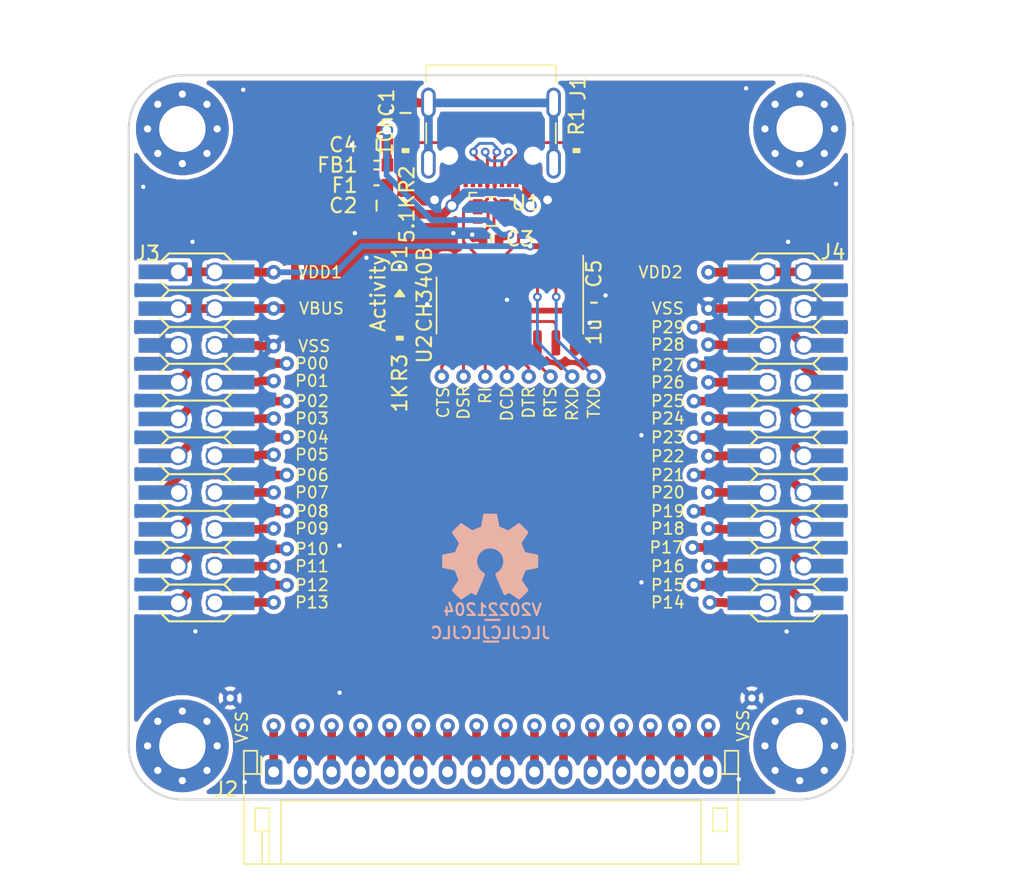
<source format=kicad_pcb>
(kicad_pcb (version 20211014) (generator pcbnew)
  (layers (0 "F.Cu" signal) (31 "B.Cu" signal) (34 "B.Paste" user) (35 "F.Paste" user) (36 "B.SilkS" user "B.Silkscreen") (37 "F.SilkS" user "F.Silkscreen") (38 "B.Mask" user) (39 "F.Mask" user) (44 "Edge.Cuts" user))
  (net 0 "")
  (net 1 "/VBUS")
  (net 2 "/VSS")
  (net 3 "/GPIO_28")
  (net 4 "/GPIO_29")
  (net 5 "/GPIO_20")
  (net 6 "/GPIO_23")
  (net 7 "/GPIO_27")
  (net 8 "/GPIO_16")
  (net 9 "/GPIO_21")
  (net 10 "/GPIO_19")
  (net 11 "/GPIO_17")
  (net 12 "/GPIO_18")
  (net 13 "/GPIO_15")
  (net 14 "/GPIO_14")
  (net 15 "/GPIO_22")
  (net 16 "/GPIO_24")
  (net 17 "/GPIO_25")
  (net 18 "/GPIO_26")
  (net 19 "/GPIO_13")
  (net 20 "/GPIO_12")
  (net 21 "/GPIO_11")
  (net 22 "/GPIO_10")
  (net 23 "/GPIO_09")
  (net 24 "/GPIO_08")
  (net 25 "/GPIO_07")
  (net 26 "/GPIO_06")
  (net 27 "/GPIO_05")
  (net 28 "/GPIO_04")
  (net 29 "/GPIO_03")
  (net 30 "/GPIO_02")
  (net 31 "/GPIO_01")
  (net 32 "/GPIO_00")
  (net 33 "/VDD1")
  (net 34 "/VDD2")
  (net 35 "Net-(C1-Pad1)")
  (net 36 "/VUSB")
  (net 37 "/CC2")
  (net 38 "Net-(F1-Pad1)")
  (net 40 "/CC1")
  (net 41 "/DP")
  (net 42 "/DN")
  (net 46 "/TXD")
  (net 47 "/RXD")
  (net 48 "/RTS")
  (net 49 "/DTR")
  (net 50 "/DCD")
  (net 51 "/RI")
  (net 52 "/DSR")
  (net 53 "/CTS")
  (net 56 "Net-(J2-Pad10)")
  (net 57 "Net-(J2-Pad9)")
  (net 58 "Net-(J2-Pad8)")
  (net 59 "Net-(J2-Pad7)")
  (net 60 "Net-(J2-Pad6)")
  (net 61 "Net-(J2-Pad5)")
  (net 62 "Net-(J2-Pad4)")
  (net 63 "Net-(J2-Pad3)")
  (net 64 "Net-(J2-Pad2)")
  (net 65 "Net-(J2-Pad1)")
  (net 66 "Net-(J2-Pad16)")
  (net 67 "Net-(J2-Pad15)")
  (net 68 "Net-(J2-Pad14)")
  (net 69 "Net-(J2-Pad13)")
  (net 70 "Net-(J2-Pad12)")
  (net 71 "Net-(J2-Pad11)")
  (net 72 "Net-(D1-Pad2)")
  (net 73 "/TNOW")
  (footprint "MountingHole:MountingHole_3.2mm_M3_Pad_Via" (layer "F.Cu") (at 63.7 64.7)
    (fp_text reference "H1" hide)
    (fp_text value "MountingHole" hide)
  )
  (footprint "MountingHole:MountingHole_3.2mm_M3_Pad_Via" (layer "F.Cu") (at 106.3 64.7)
    (fp_text reference "H2" hide)
    (fp_text value "MountingHole" hide)
  )
  (footprint "MountingHole:MountingHole_3.2mm_M3_Pad_Via" (layer "F.Cu") (at 63.7 107.3)
    (fp_text reference "H4" hide)
    (fp_text value "MountingHole" hide)
  )
  (footprint "MountingHole:MountingHole_3.2mm_M3_Pad_Via" (layer "F.Cu") (at 106.3 107.3)
    (fp_text reference "H3" hide)
    (fp_text value "MountingHole" hide)
  )
  (footprint "SquantorConnectorsNamed:nuclone_small_right_stacked" (layer "F.Cu") (at 105.32 86 90)
    (fp_text reference "J4")
    (fp_text value "nuclone_small_right")
  )
  (footprint "SquantorConnectorsNamed:nuclone_small_left_stacked" (layer "F.Cu") (at 64.68 86 -90)
    (fp_text reference "J3")
    (fp_text value "nuclone_small_left")
  )
  (footprint "SquantorTestPoints:TestPoint_hole_H05R10_small_text" (layer "F.Cu") (at 70 74.6)
    (fp_text reference "TP1")
    (fp_text value "VDD1")
  )
  (footprint "SquantorTestPoints:TestPoint_hole_H05R10_small_text" (layer "F.Cu") (at 70 77.1)
    (fp_text reference "TP2")
    (fp_text value "VBUS")
  )
  (footprint "SquantorTestPoints:TestPoint_hole_H05R10_small_text" (layer "F.Cu") (at 70 79.7)
    (fp_text reference "TP3")
    (fp_text value "VSS")
  )
  (footprint "SquantorTestPoints:TestPoint_hole_H05R10_small_text" (layer "F.Cu") (at 70.9 80.9)
    (fp_text reference "TP4")
    (fp_text value "P00")
  )
  (footprint "SquantorTestPoints:TestPoint_hole_H05R10_small_text" (layer "F.Cu") (at 70 82.1)
    (fp_text reference "TP5")
    (fp_text value "P01")
  )
  (footprint "SquantorTestPoints:TestPoint_hole_H05R10_small_text" (layer "F.Cu") (at 70.9 83.5)
    (fp_text reference "TP6")
    (fp_text value "P02")
  )
  (footprint "SquantorTestPoints:TestPoint_hole_H05R10_small_text" (layer "F.Cu") (at 70 84.7)
    (fp_text reference "TP7")
    (fp_text value "P03")
  )
  (footprint "SquantorTestPoints:TestPoint_hole_H05R10_small_text" (layer "F.Cu") (at 70.9 86)
    (fp_text reference "TP8")
    (fp_text value "P04")
  )
  (footprint "SquantorTestPoints:TestPoint_hole_H05R10_small_text" (layer "F.Cu") (at 70 87.2)
    (fp_text reference "TP9")
    (fp_text value "P05")
  )
  (footprint "SquantorTestPoints:TestPoint_hole_H05R10_small_text" (layer "F.Cu") (at 70.9 88.6)
    (fp_text reference "TP10")
    (fp_text value "P06")
  )
  (footprint "SquantorTestPoints:TestPoint_hole_H05R10_small_text" (layer "F.Cu") (at 70 89.8)
    (fp_text reference "TP11")
    (fp_text value "P07")
  )
  (footprint "SquantorTestPoints:TestPoint_hole_H05R10_small_text" (layer "F.Cu") (at 70.9 91.1)
    (fp_text reference "TP12")
    (fp_text value "P08")
  )
  (footprint "SquantorTestPoints:TestPoint_hole_H05R10_small_text" (layer "F.Cu") (at 70 92.3)
    (fp_text reference "TP13")
    (fp_text value "P09")
  )
  (footprint "SquantorTestPoints:TestPoint_hole_H05R10_small_text" (layer "F.Cu") (at 70.9 93.7)
    (fp_text reference "TP14")
    (fp_text value "P10")
  )
  (footprint "SquantorTestPoints:TestPoint_hole_H05R10_small_text" (layer "F.Cu") (at 70 94.9)
    (fp_text reference "TP15")
    (fp_text value "P11")
  )
  (footprint "SquantorTestPoints:TestPoint_hole_H05R10_small_text" (layer "F.Cu") (at 70.9 96.2)
    (fp_text reference "TP16")
    (fp_text value "P12")
  )
  (footprint "SquantorTestPoints:TestPoint_hole_H05R10_small_text" (layer "F.Cu") (at 70 97.4)
    (fp_text reference "TP17")
    (fp_text value "P13")
  )
  (footprint "SquantorTestPoints:TestPoint_hole_H05R10_small_text" (layer "F.Cu") (at 100 74.6)
    (fp_text reference "TP18")
    (fp_text value "VDD2")
  )
  (footprint "SquantorTestPoints:TestPoint_hole_H05R10_small_text" (layer "F.Cu") (at 100 77.1)
    (fp_text reference "TP19")
    (fp_text value "VSS")
  )
  (footprint "SquantorTestPoints:TestPoint_hole_H05R10_small_text" (layer "F.Cu") (at 99 78.4)
    (fp_text reference "TP20")
    (fp_text value "P29")
  )
  (footprint "SquantorTestPoints:TestPoint_hole_H05R10_small_text" (layer "F.Cu") (at 100 79.6)
    (fp_text reference "TP21")
    (fp_text value "P28")
  )
  (footprint "SquantorTestPoints:TestPoint_hole_H05R10_small_text" (layer "F.Cu") (at 99 81)
    (fp_text reference "TP22")
    (fp_text value "P27")
  )
  (footprint "SquantorTestPoints:TestPoint_hole_H05R10_small_text" (layer "F.Cu") (at 100 82.2)
    (fp_text reference "TP23")
    (fp_text value "P26")
  )
  (footprint "SquantorTestPoints:TestPoint_hole_H05R10_small_text" (layer "F.Cu") (at 99 83.5)
    (fp_text reference "TP24")
    (fp_text value "P25")
  )
  (footprint "SquantorTestPoints:TestPoint_hole_H05R10_small_text" (layer "F.Cu") (at 100 84.7)
    (fp_text reference "TP25")
    (fp_text value "P24")
  )
  (footprint "SquantorTestPoints:TestPoint_hole_H05R10_small_text" (layer "F.Cu") (at 99 86)
    (fp_text reference "TP26")
    (fp_text value "P23")
  )
  (footprint "SquantorTestPoints:TestPoint_hole_H05R10_small_text" (layer "F.Cu") (at 100 87.3)
    (fp_text reference "TP27")
    (fp_text value "P22")
  )
  (footprint "SquantorTestPoints:TestPoint_hole_H05R10_small_text" (layer "F.Cu") (at 99 88.6)
    (fp_text reference "TP28")
    (fp_text value "P21")
  )
  (footprint "SquantorTestPoints:TestPoint_hole_H05R10_small_text" (layer "F.Cu") (at 100 89.8)
    (fp_text reference "TP29")
    (fp_text value "P20")
  )
  (footprint "SquantorTestPoints:TestPoint_hole_H05R10_small_text" (layer "F.Cu") (at 99 91.1)
    (fp_text reference "TP30")
    (fp_text value "P19")
  )
  (footprint "SquantorTestPoints:TestPoint_hole_H05R10_small_text" (layer "F.Cu") (at 98.9 93.6)
    (fp_text reference "TP32")
    (fp_text value "P17")
  )
  (footprint "SquantorTestPoints:TestPoint_hole_H05R10_small_text" (layer "F.Cu") (at 100 94.9)
    (fp_text reference "TP33")
    (fp_text value "P16")
  )
  (footprint "SquantorTestPoints:TestPoint_hole_H05R10_small_text" (layer "F.Cu") (at 99 96.2)
    (fp_text reference "TP34")
    (fp_text value "P15")
  )
  (footprint "SquantorTestPoints:TestPoint_hole_H05R10_small_text" (layer "F.Cu") (at 100.1 97.4)
    (fp_text reference "TP35")
    (fp_text value "P14")
  )
  (footprint "SquantorRcl:C_0603" (layer "F.Cu") (at 79.1 63.6 -90)
    (fp_text reference "C1")
    (fp_text value "10n")
  )
  (footprint "SquantorUsb:USB-C-HRO-31-M-12" (layer "F.Cu") (at 85 68 180)
    (fp_text reference "J1")
    (fp_text value "USB-C_PD_USB")
  )
  (footprint "SquantorRcl:C_0402" (layer "F.Cu") (at 85 72.3 180)
    (fp_text reference "C3")
    (fp_text value "1u")
  )
  (footprint "SquantorRcl:C_0603" (layer "F.Cu") (at 77.1 65.8 180)
    (fp_text reference "C4")
    (fp_text value "10u")
  )
  (footprint "SquantorRcl:F_0603_hand" (layer "F.Cu") (at 77.1 68.6)
    (fp_text reference "F1")
    (fp_text value "0.5A")
  )
  (footprint "SquantorRcl:L_0603" (layer "F.Cu") (at 77.1 67.2 180)
    (fp_text reference "FB1")
    (fp_text value "600")
  )
  (footprint "SquantorRcl:R_0402_hand" (layer "F.Cu") (at 90.9 66.2 90)
    (fp_text reference "R1")
    (fp_text value "5.1K")
  )
  (footprint "SquantorRcl:R_0402_hand" (layer "F.Cu") (at 79.1 66.2 90)
    (fp_text reference "R2")
    (fp_text value "5.1K")
  )
  (footprint "SquantorIC:SOT363-ONsemi" (layer "F.Cu") (at 85 70.4)
    (fp_text reference "U1")
    (fp_text value "TPESD0504C6")
  )
  (footprint "SquantorRcl:C_0603" (layer "F.Cu") (at 77.1 70 180)
    (fp_text reference "C2")
    (fp_text value "100n")
  )
  (footprint "SquantorRcl:C_0402" (layer "F.Cu") (at 92.1 76.7 90)
    (fp_text reference "C5")
    (fp_text value "1u")
  )
  (footprint "SquantorTestPoints:TestPoint_hole_H05R10_small_text" (layer "F.Cu") (at 92.1 81.8 90)
    (fp_text reference "TP36")
    (fp_text value "TXD")
  )
  (footprint "SquantorTestPoints:TestPoint_hole_H05R10_small_text" (layer "F.Cu") (at 90.6 81.8 90)
    (fp_text reference "TP37")
    (fp_text value "RXD")
  )
  (footprint "SquantorTestPoints:TestPoint_hole_H05R10_small_text" (layer "F.Cu") (at 89.1 81.8 90)
    (fp_text reference "TP38")
    (fp_text value "RTS")
  )
  (footprint "SquantorTestPoints:TestPoint_hole_H05R10_small_text" (layer "F.Cu") (at 87.6 81.8 90)
    (fp_text reference "TP39")
    (fp_text value "DTR")
  )
  (footprint "SquantorTestPoints:TestPoint_hole_H05R10_small_text" (layer "F.Cu") (at 86.1 81.8 90)
    (fp_text reference "TP40")
    (fp_text value "DCD")
  )
  (footprint "SquantorTestPoints:TestPoint_hole_H05R10_small_text" (layer "F.Cu") (at 84.6 81.8 90)
    (fp_text reference "TP41")
    (fp_text value "RI")
  )
  (footprint "SquantorTestPoints:TestPoint_hole_H05R10_small_text" (layer "F.Cu") (at 83.1 81.8 90)
    (fp_text reference "TP42")
    (fp_text value "DSR")
  )
  (footprint "SquantorTestPoints:TestPoint_hole_H05R10_small_text" (layer "F.Cu") (at 81.6 81.8 -90)
    (fp_text reference "TP43")
    (fp_text value "CTS")
  )
  (footprint "Package_SO:SO-16_3.9x9.9mm_P1.27mm" (layer "F.Cu") (at 86.3 76.9 -90)
    (fp_text reference "U2")
    (fp_text value "CH340B")
  )
  (footprint "Connector_JST:JST_PH_S16B-PH-K_1x16_P2.00mm_Horizontal" (layer "F.Cu") (at 70 109.1)
    (fp_text reference "J2")
    (fp_text value "Conn_01x16")
  )
  (footprint "SquantorTestPoints:TestPoint_hole_H05R10_small_text" (layer "F.Cu") (at 70 105.9 90)
    (fp_text reference "TP44")
    (fp_text value "PH1")
  )
  (footprint "SquantorTestPoints:TestPoint_hole_H05R10_small_text" (layer "F.Cu") (at 72 105.9 90)
    (fp_text reference "TP45")
    (fp_text value "PH2")
  )
  (footprint "SquantorTestPoints:TestPoint_hole_H05R10_small_text" (layer "F.Cu") (at 74 105.9 90)
    (fp_text reference "TP46")
    (fp_text value "PH3")
  )
  (footprint "SquantorTestPoints:TestPoint_hole_H05R10_small_text" (layer "F.Cu") (at 76 105.9 90)
    (fp_text reference "TP47")
    (fp_text value "PH4")
  )
  (footprint "SquantorTestPoints:TestPoint_hole_H05R10_small_text" (layer "F.Cu") (at 78 105.9 90)
    (fp_text reference "TP48")
    (fp_text value "PH5")
  )
  (footprint "SquantorTestPoints:TestPoint_hole_H05R10_small_text" (layer "F.Cu") (at 80 105.9 90)
    (fp_text reference "TP49")
    (fp_text value "PH6")
  )
  (footprint "SquantorTestPoints:TestPoint_hole_H05R10_small_text" (layer "F.Cu") (at 82 105.9 90)
    (fp_text reference "TP50")
    (fp_text value "PH7")
  )
  (footprint "SquantorTestPoints:TestPoint_hole_H05R10_small_text" (layer "F.Cu") (at 84 105.9 90)
    (fp_text reference "TP51")
    (fp_text value "PH8")
  )
  (footprint "SquantorTestPoints:TestPoint_hole_H05R10_small_text" (layer "F.Cu") (at 86 105.9 90)
    (fp_text reference "TP52")
    (fp_text value "PH9")
  )
  (footprint "SquantorTestPoints:TestPoint_hole_H05R10_small_text" (layer "F.Cu") (at 90 105.9 90)
    (fp_text reference "TP54")
    (fp_text value "PH11")
  )
  (footprint "SquantorTestPoints:TestPoint_hole_H05R10_small_text" (layer "F.Cu") (at 92 105.9 90)
    (fp_text reference "TP55")
    (fp_text value "PH12")
  )
  (footprint "SquantorTestPoints:TestPoint_hole_H05R10_small_text" (layer "F.Cu") (at 94 105.9 90)
    (fp_text reference "TP56")
    (fp_text value "PH13")
  )
  (footprint "SquantorTestPoints:TestPoint_hole_H05R10_small_text" (layer "F.Cu") (at 96 105.9 90)
    (fp_text reference "TP57")
    (fp_text value "PH14")
  )
  (footprint "SquantorTestPoints:TestPoint_hole_H05R10_small_text" (layer "F.Cu") (at 98 105.9 90)
    (fp_text reference "TP58")
    (fp_text value "PH15")
  )
  (footprint "SquantorTestPoints:TestPoint_hole_H05R10_small_text" (layer "F.Cu") (at 100 105.9 90)
    (fp_text reference "TP59")
    (fp_text value "PH16")
  )
  (footprint "SquantorTestPoints:TestPoint_hole_H05R10_small_text" (layer "F.Cu") (at 88 105.9 90)
    (fp_text reference "TP53")
    (fp_text value "PH10")
  )
  (footprint "SquantorTestPoints:TestPoint_hole_H05R10_small_text" (layer "F.Cu") (at 103 104 90)
    (fp_text reference "TP60")
    (fp_text value "VSS")
  )
  (footprint "SquantorTestPoints:TestPoint_hole_H05R10_small_text" (layer "F.Cu") (at 67 104 90)
    (fp_text reference "TP61")
    (fp_text value "VSS")
  )
  (footprint "SquantorProto:proto-SMD-0127-08X08-P010X020+pad" (layer "F.Cu") (at 79.883 89.762 90)
    (fp_text reference "J5")
    (fp_text value "127")
  )
  (footprint "SquantorProto:proto-SMD-0127-08X08-P010X020+pad" (layer "F.Cu") (at 79.883 99.922 90)
    (fp_text reference "J6")
    (fp_text value "127")
  )
  (footprint "SquantorProto:proto-SMD-0127-08X08-P010X020+pad" (layer "F.Cu") (at 90.043 89.762 -90)
    (fp_text reference "J7")
    (fp_text value "127")
  )
  (footprint "SquantorProto:proto-SMD-0127-08X08-P010X020+pad" (layer "F.Cu") (at 90.043 99.922 -90)
    (fp_text reference "J8")
    (fp_text value "127")
  )
  (footprint "SquantorTestPoints:TestPoint_hole_H05R10_small_text" (layer "F.Cu") (at 100 92.3)
    (fp_text reference "TP31")
    (fp_text value "P18")
  )
  (footprint "SquantorDiodes:LED_0603_hand" (layer "F.Cu") (at 78.7 76.05 -90)
    (fp_text reference "D1")
    (fp_text value "Activity")
  )
  (footprint "SquantorRcl:R_0402_hand" (layer "F.Cu") (at 78.7 79.15 90)
    (fp_text reference "R3")
    (fp_text value "1K")
  )
  (footprint "Symbols:OSHW-Symbol_6.7x6mm_SilkScreen" (layer "B.Cu") (at 84.95 94.25 180)
    (fp_text reference "N1" hide)
    (fp_text value "OHWLOGO" hide)
  )
  (footprint "SquantorLabels:Label_Generic" (layer "B.Cu") (at 85 99.5 180)
    (fp_text reference "N3" hide)
    (fp_text value "JLCJLCJLCJLC")
  )
  (footprint "SquantorLabels:Label_Generic" (layer "B.Cu") (at 85.1 98 180)
    (fp_text reference "N2" hide)
    (fp_text value "V20221204")
  )
  (gr_arc (start 110 107.3) (mid 108.916295 109.916295) (end 106.3 111) (layer "Edge.Cuts") (width 0.15))
  (gr_arc (start 63.7 111) (mid 61.083705 109.916295) (end 60 107.3) (layer "Edge.Cuts") (width 0.15))
  (gr_line (start 60 64.7) (end 60 107.3) (layer "Edge.Cuts") (width 0.15))
  (gr_line (start 106.3 61) (end 63.7 61) (layer "Edge.Cuts") (width 0.15))
  (gr_line (start 110 107.3) (end 110 64.7) (layer "Edge.Cuts") (width 0.15))
  (gr_arc (start 106.3 61) (mid 108.916295 62.083705) (end 110 64.7) (layer "Edge.Cuts") (width 0.15))
  (gr_arc (start 60 64.7) (mid 61.083705 62.083705) (end 63.7 61) (layer "Edge.Cuts") (width 0.15))
  (gr_line (start 63.7 111) (end 106.3 111) (layer "Edge.Cuts") (width 0.15))
  (segment (start 85.3 70.4) (end 85.2 70.5) (width 0.2) (layer "F.Cu") (net 1))
  (segment (start 85.2 70.5) (end 85.2 71.5) (width 0.2) (layer "F.Cu") (net 1))
  (segment (start 70 77.1) (end 69 77.1) (width 0.6) (layer "F.Cu") (net 1))
  (segment (start 77.85 64.85) (end 77.8 64.8) (width 0.6) (layer "F.Cu") (net 1))
  (segment (start 68.99 77.11) (end 67.03 77.11) (width 0.6) (layer "F.Cu") (net 1))
  (segment (start 71.5 76.7) (end 71.1 77.1) (width 0.6) (layer "F.Cu") (net 1))
  (segment (start 85.2 71.5) (end 85.55 71.85) (width 0.2) (layer "F.Cu") (net 1))
  (segment (start 85.55 71.85) (end 85.55 72.3) (width 0.2) (layer "F.Cu") (net 1))
  (segment (start 77.85 67.2) (end 77.85 65.8) (width 0.6) (layer "F.Cu") (net 1))
  (segment (start 77.85 65.8) (end 77.85 64.85) (width 0.6) (layer "F.Cu") (net 1))
  (segment (start 69 77.1) (end 68.99 77.11) (width 0.6) (layer "F.Cu") (net 1))
  (segment (start 77.8 64.8) (end 73.1 64.8) (width 0.6) (layer "F.Cu") (net 1))
  (segment (start 62.33 77.11) (end 67.03 77.11) (width 0.6) (layer "F.Cu") (net 1))
  (segment (start 85.55 72.3) (end 86 72.3) (width 0.2) (layer "F.Cu") (net 1))
  (segment (start 71.1 77.1) (end 70 77.1) (width 0.6) (layer "F.Cu") (net 1))
  (segment (start 85.92 70.4) (end 85.3 70.4) (width 0.2) (layer "F.Cu") (net 1))
  (segment (start 73.1 64.8) (end 71.5 66.4) (width 0.6) (layer "F.Cu") (net 1))
  (segment (start 71.5 66.4) (end 71.5 76.7) (width 0.6) (layer "F.Cu") (net 1))
  (segment (start 86 72.3) (end 86.3 72) (width 0.2) (layer "F.Cu") (net 1))
  (via (at 77.8 64.8) (size 0.9) (drill 0.6) (layers "F.Cu" "B.Cu") (net 1))
  (via (at 86.3 72) (size 0.6) (drill 0.3) (layers "F.Cu" "B.Cu") (net 1))
  (segment (start 86.3 72) (end 85.7 72) (width 0.4) (layer "B.Cu") (net 1))
  (segment (start 84.7 71) (end 80.9 71) (width 0.4) (layer "B.Cu") (net 1))
  (segment (start 85.7 72) (end 84.7 71) (width 0.4) (layer "B.Cu") (net 1))
  (segment (start 80.9 71) (end 77.8 67.9) (width 0.4) (layer "B.Cu") (net 1))
  (segment (start 77.8 67.9) (end 77.8 64.8) (width 0.4) (layer "B.Cu") (net 1))
  (segment (start 76.35 65.8) (end 75.4 65.8) (width 0.6) (layer "F.Cu") (net 2))
  (segment (start 81.1 69.6) (end 81.75 68.95) (width 0.6) (layer "F.Cu") (net 2))
  (segment (start 78.55 64.35) (end 78.1 63.9) (width 0.2) (layer "F.Cu") (net 2))
  (segment (start 84.45 72.3) (end 84 72.3) (width 0.2) (layer "F.Cu") (net 2))
  (segment (start 68.95 79.65) (end 67.03 79.65) (width 0.6) (layer "F.Cu") (net 2))
  (segment (start 84.8 70.5) (end 84.8 71.5) (width 0.2) (layer "F.Cu") (net 2))
  (segment (start 84 72.3) (end 83.7 72) (width 0.2) (layer "F.Cu") (net 2))
  (segment (start 84.8 71.5) (end 84.45 71.85) (width 0.2) (layer "F.Cu") (net 2))
  (segment (start 90.745 74.325) (end 90.745 75.845) (width 0.4) (layer "F.Cu") (net 2))
  (segment (start 95.377 96.012) (end 94.488 96.012) (width 0.6) (layer "F.Cu") (net 2))
  (segment (start 100.01 77.11) (end 100 77.1) (width 0.6) (layer "F.Cu") (net 2))
  (segment (start 69 79.7) (end 68.95 79.65) (width 0.6) (layer "F.Cu") (net 2))
  (segment (start 84.45 71.85) (end 84.45 72.3) (width 0.2) (layer "F.Cu") (net 2))
  (segment (start 91.05 76.15) (end 92.1 76.15) (width 0.4) (layer "F.Cu") (net 2))
  (segment (start 81.75 68.95) (end 81.75 68) (width 0.6) (layer "F.Cu") (net 2))
  (segment (start 95.377 85.852) (end 94.488 85.852) (width 0.6) (layer "F.Cu") (net 2))
  (segment (start 84.7 70.4) (end 84.8 70.5) (width 0.2) (layer "F.Cu") (net 2))
  (segment (start 75.438 93.472) (end 74.549 93.472) (width 0.6) (layer "F.Cu") (net 2))
  (segment (start 70 79.7) (end 69 79.7) (width 0.6) (layer "F.Cu") (net 2))
  (segment (start 75.438 103.632) (end 74.549 103.632) (width 0.6) (layer "F.Cu") (net 2))
  (segment (start 102.97 77.11) (end 100.01 77.11) (width 0.6) (layer "F.Cu") (net 2))
  (segment (start 92.85 76.15) (end 92.9 76.2) (width 0.4) (layer "F.Cu") (net 2))
  (segment (start 84.08 70.4) (end 84.7 70.4) (width 0.2) (layer "F.Cu") (net 2))
  (segment (start 79.1 64.35) (end 78.55 64.35) (width 0.2) (layer "F.Cu") (net 2))
  (segment (start 88.25 68.95) (end 88.25 68) (width 0.6) (layer "F.Cu") (net 2))
  (segment (start 78.1 63.9) (end 78.1 63.5) (width 0.2) (layer "F.Cu") (net 2))
  (segment (start 92.1 76.15) (end 92.85 76.15) (width 0.4) (layer "F.Cu") (net 2))
  (segment (start 90.745 75.845) (end 91.05 76.15) (width 0.4) (layer "F.Cu") (net 2))
  (segment (start 88.9 69.6) (end 88.25 68.95) (width 0.6) (layer "F.Cu") (net 2))
  (via (at 64.6 99.4) (size 0.6) (drill 0.3) (layers "F.Cu" "B.Cu") (net 2))
  (via (at 105.4 99.4) (size 0.6) (drill 0.3) (layers "F.Cu" "B.Cu") (net 2))
  (via (at 102.1 109.6) (size 0.6) (drill 0.3) (layers "F.Cu" "B.Cu") (net 2))
  (via (at 68 109.8) (size 0.6) (drill 0.3) (layers "F.Cu" "B.Cu") (net 2))
  (via (at 67.9 62) (size 0.6) (drill 0.3) (layers "F.Cu" "B.Cu") (net 2))
  (via (at 61 68.7) (size 0.6) (drill 0.3) (layers "F.Cu" "B.Cu") (net 2))
  (via (at 102.6 61.9) (size 0.6) (drill 0.3) (layers "F.Cu" "B.Cu") (net 2))
  (via (at 108.8 68.5) (size 0.6) (drill 0.3) (layers "F.Cu" "B.Cu") (net 2))
  (via (at 78.1 63.5) (size 0.6) (drill 0.3) (layers "F.Cu" "B.Cu") (net 2))
  (via (at 82.4 71.9) (size 0.6) (drill 0.3) (layers "F.Cu" "B.Cu") (net 2))
  (via (at 80.6 76.8) (size 0.6) (drill 0.3) (layers "F.Cu" "B.Cu") (net 2))
  (via (at 86.1 76.5) (size 0.6) (drill 0.3) (layers "F.Cu" "B.Cu") (net 2))
  (via (at 91.8 78.1) (size 0.6) (drill 0.3) (layers "F.Cu" "B.Cu") (net 2))
  (via (at 78.7 74.2) (size 0.6) (drill 0.3) (layers "F.Cu" "B.Cu") (net 2))
  (via (at 76.4 73.6) (size 0.6) (drill 0.3) (layers "F.Cu" "B.Cu") (net 2))
  (via (at 88.9 69.6) (size 0.9) (drill 0.6) (layers "F.Cu" "B.Cu") (net 2))
  (via (at 92.9 76.2) (size 0.6) (drill 0.3) (layers "F.Cu" "B.Cu") (net 2))
  (via (at 64.4 72.5) (size 0.6) (drill 0.3) (layers "F.Cu" "B.Cu") (net 2))
  (via (at 95.377 85.852) (size 0.6) (drill 0.3) (layers "F.Cu" "B.Cu") (net 2))
  (via (at 105.5 72.5) (size 0.6) (drill 0.3) (layers "F.Cu" "B.Cu") (net 2))
  (via (at 95.377 96.012) (size 0.6) (drill 0.3) (layers "F.Cu" "B.Cu") (net 2))
  (via (at 75.6 71.9) (size 0.6) (drill 0.3) (layers "F.Cu" "B.Cu") (net 2))
  (via (at 75.4 65.8) (size 0.6) (drill 0.3) (layers "F.Cu" "B.Cu") (net 2))
  (via (at 74.549 93.472) (size 0.6) (drill 0.3) (layers "F.Cu" "B.Cu") (net 2))
  (via (at 81.1 69.6) (size 0.9) (drill 0.6) (layers "F.Cu" "B.Cu") (net 2))
  (via (at 83.7 72) (size 0.6) (drill 0.3) (layers "F.Cu" "B.Cu") (net 2))
  (via (at 74.549 103.632) (size 0.6) (drill 0.3) (layers "F.Cu" "B.Cu") (net 2))
  (segment (start 100.9 79.6) (end 100.95 79.65) (width 0.6) (layer "F.Cu") (net 3))
  (segment (start 100.95 79.65) (end 102.97 79.65) (width 0.6) (layer "F.Cu") (net 3))
  (segment (start 100 79.6) (end 100.9 79.6) (width 0.6) (layer "F.Cu") (net 3))
  (segment (start 105.34 78.4) (end 106.59 79.65) (width 0.6) (layer "F.Cu") (net 4))
  (segment (start 99 78.4) (end 105.34 78.4) (width 0.6) (layer "F.Cu") (net 4))
  (segment (start 102.96 89.8) (end 102.97 89.81) (width 0.6) (layer "F.Cu") (net 5))
  (segment (start 100 89.8) (end 102.96 89.8) (width 0.6) (layer "F.Cu") (net 5))
  (segment (start 105.32 86) (end 106.59 87.27) (width 0.6) (layer "F.Cu") (net 6))
  (segment (start 99 86) (end 105.32 86) (width 0.6) (layer "F.Cu") (net 6))
  (segment (start 107.67 82.19) (end 106.48 81) (width 0.6) (layer "F.Cu") (net 7))
  (segment (start 106.48 81) (end 99 81) (width 0.6) (layer "F.Cu") (net 7))
  (segment (start 100.9 94.9) (end 100.91 94.89) (width 0.6) (layer "F.Cu") (net 8))
  (segment (start 100.91 94.89) (end 102.97 94.89) (width 0.6) (layer "F.Cu") (net 8))
  (segment (start 100 94.9) (end 100.9 94.9) (width 0.6) (layer "F.Cu") (net 8))
  (segment (start 99 88.6) (end 105.38 88.6) (width 0.6) (layer "F.Cu") (net 9))
  (segment (start 105.38 88.6) (end 106.59 89.81) (width 0.6) (layer "F.Cu") (net 9))
  (segment (start 105.34 91.1) (end 106.59 92.35) (width 0.6) (layer "F.Cu") (net 10))
  (segment (start 99 91.1) (end 105.34 91.1) (width 0.6) (layer "F.Cu") (net 10))
  (segment (start 105.3 93.6) (end 106.59 94.89) (width 0.6) (layer "F.Cu") (net 11))
  (segment (start 98.9 93.6) (end 105.3 93.6) (width 0.6) (layer "F.Cu") (net 11))
  (segment (start 100 92.3) (end 100.8 92.3) (width 0.6) (layer "F.Cu") (net 12))
  (segment (start 100.85 92.35) (end 102.97 92.35) (width 0.6) (layer "F.Cu") (net 12))
  (segment (start 100.8 92.3) (end 100.85 92.35) (width 0.6) (layer "F.Cu") (net 12))
  (segment (start 105.36 96.2) (end 106.59 97.43) (width 0.6) (layer "F.Cu") (net 13))
  (segment (start 99 96.2) (end 105.36 96.2) (width 0.6) (layer "F.Cu") (net 13))
  (segment (start 101.1 97.4) (end 101.13 97.43) (width 0.6) (layer "F.Cu") (net 14))
  (segment (start 101.13 97.43) (end 102.97 97.43) (width 0.6) (layer "F.Cu") (net 14))
  (segment (start 100.1 97.4) (end 101.1 97.4) (width 0.6) (layer "F.Cu") (net 14))
  (segment (start 102.97 87.27) (end 101.13 87.27) (width 0.6) (layer "F.Cu") (net 15))
  (segment (start 101.13 87.27) (end 101.1 87.3) (width 0.6) (layer "F.Cu") (net 15))
  (segment (start 101.1 87.3) (end 100 87.3) (width 0.6) (layer "F.Cu") (net 15))
  (segment (start 101 84.7) (end 100 84.7) (width 0.6) (layer "F.Cu") (net 16))
  (segment (start 102.97 84.73) (end 101.03 84.73) (width 0.6) (layer "F.Cu") (net 16))
  (segment (start 101.03 84.73) (end 101 84.7) (width 0.6) (layer "F.Cu") (net 16))
  (segment (start 99 83.5) (end 99.4 83.5) (width 0.6) (layer "F.Cu") (net 17))
  (segment (start 99.1 83.5) (end 99.4 83.5) (width 0.6) (layer "F.Cu") (net 17))
  (segment (start 99.4 83.5) (end 105.36 83.5) (width 0.6) (layer "F.Cu") (net 17))
  (segment (start 105.36 83.5) (end 106.59 84.73) (width 0.6) (layer "F.Cu") (net 17))
  (segment (start 101 82.2) (end 100 82.2) (width 0.6) (layer "F.Cu") (net 18))
  (segment (start 102.97 82.19) (end 101.01 82.19) (width 0.6) (layer "F.Cu") (net 18))
  (segment (start 101.01 82.19) (end 101 82.2) (width 0.6) (layer "F.Cu") (net 18))
  (segment (start 67.06 97.4) (end 67.03 97.43) (width 0.6) (layer "F.Cu") (net 19))
  (segment (start 70 97.4) (end 67.06 97.4) (width 0.6) (layer "F.Cu") (net 19))
  (segment (start 64.64 96.2) (end 63.41 97.43) (width 0.6) (layer "F.Cu") (net 20))
  (segment (start 70.9 96.2) (end 64.64 96.2) (width 0.6) (layer "F.Cu") (net 20))
  (segment (start 67.04 94.9) (end 67.03 94.89) (width 0.6) (layer "F.Cu") (net 21))
  (segment (start 70 94.9) (end 67.04 94.9) (width 0.6) (layer "F.Cu") (net 21))
  (segment (start 64.6 93.7) (end 63.41 94.89) (width 0.6) (layer "F.Cu") (net 22))
  (segment (start 70.9 93.7) (end 64.6 93.7) (width 0.6) (layer "F.Cu") (net 22))
  (segment (start 70 92.3) (end 69.1 92.3) (width 0.6) (layer "F.Cu") (net 23))
  (segment (start 69.1 92.3) (end 69.05 92.35) (width 0.6) (layer "F.Cu") (net 23))
  (segment (start 69.05 92.35) (end 67.03 92.35) (width 0.6) (layer "F.Cu") (net 23))
  (segment (start 70.9 91.1) (end 64.66 91.1) (width 0.6) (layer "F.Cu") (net 24))
  (segment (start 64.66 91.1) (end 63.41 92.35) (width 0.6) (layer "F.Cu") (net 24))
  (segment (start 69.1 89.8) (end 69.09 89.81) (width 0.6) (layer "F.Cu") (net 25))
  (segment (start 69.09 89.81) (end 67.03 89.81) (width 0.6) (layer "F.Cu") (net 25))
  (segment (start 70 89.8) (end 69.1 89.8) (width 0.6) (layer "F.Cu") (net 25))
  (segment (start 70.9 88.6) (end 63.54 88.6) (width 0.6) (layer "F.Cu") (net 26))
  (segment (start 63.54 88.6) (end 62.33 89.81) (width 0.6) (layer "F.Cu") (net 26))
  (segment (start 69.03 87.27) (end 67.03 87.27) (width 0.6) (layer "F.Cu") (net 27))
  (segment (start 70 87.2) (end 69.1 87.2) (width 0.6) (layer "F.Cu") (net 27))
  (segment (start 69.1 87.2) (end 69.03 87.27) (width 0.6) (layer "F.Cu") (net 27))
  (segment (start 64.68 86) (end 63.41 87.27) (width 0.6) (layer "F.Cu") (net 28))
  (segment (start 70.9 86) (end 64.68 86) (width 0.6) (layer "F.Cu") (net 28))
  (segment (start 68.97 84.73) (end 67.03 84.73) (width 0.6) (layer "F.Cu") (net 29))
  (segment (start 70 84.7) (end 69 84.7) (width 0.6) (layer "F.Cu") (net 29))
  (segment (start 69 84.7) (end 68.97 84.73) (width 0.6) (layer "F.Cu") (net 29))
  (segment (start 70.9 83.5) (end 64.64 83.5) (width 0.6) (layer "F.Cu") (net 30))
  (segment (start 64.64 83.5) (end 63.41 84.73) (width 0.6) (layer "F.Cu") (net 30))
  (segment (start 70 82.1) (end 69.1 82.1) (width 0.6) (layer "F.Cu") (net 31))
  (segment (start 69.1 82.1) (end 69.01 82.19) (width 0.6) (layer "F.Cu") (net 31))
  (segment (start 69.01 82.19) (end 67.03 82.19) (width 0.6) (layer "F.Cu") (net 31))
  (segment (start 70.9 80.9) (end 64.7 80.9) (width 0.6) (layer "F.Cu") (net 32))
  (segment (start 64.7 80.9) (end 63.41 82.19) (width 0.6) (layer "F.Cu") (net 32))
  (segment (start 86.935 76.835) (end 86.935 74.325) (width 0.4) (layer "F.Cu") (net 33))
  (segment (start 93.7 76.5) (end 93.7 75) (width 0.4) (layer "F.Cu") (net 33))
  (segment (start 93.7 75) (end 91.5 72.8) (width 0.4) (layer "F.Cu") (net 33))
  (segment (start 90.745 79.475) (end 90.745 77.255) (width 0.4) (layer "F.Cu") (net 33))
  (segment (start 92.1 77.25) (end 92.95 77.25) (width 0.4) (layer "F.Cu") (net 33))
  (segment (start 87.35 77.25) (end 86.935 76.835) (width 0.4) (layer "F.Cu") (net 33))
  (segment (start 91.5 72.8) (end 87.7 72.8) (width 0.4) (layer "F.Cu") (net 33))
  (segment (start 90.745 77.255) (end 90.75 77.25) (width 0.4) (layer "F.Cu") (net 33))
  (segment (start 90.75 77.25) (end 87.35 77.25) (width 0.4) (layer "F.Cu") (net 33))
  (segment (start 68.96 74.6) (end 68.93 74.57) (width 0.6) (layer "F.Cu") (net 33))
  (segment (start 70 74.6) (end 68.96 74.6) (width 0.6) (layer "F.Cu") (net 33))
  (segment (start 92.95 77.25) (end 93.7 76.5) (width 0.4) (layer "F.Cu") (net 33))
  (segment (start 92.1 77.25) (end 90.75 77.25) (width 0.4) (layer "F.Cu") (net 33))
  (segment (start 62.33 74.57) (end 67.03 74.57) (width 0.6) (layer "F.Cu") (net 33))
  (segment (start 68.93 74.57) (end 67.03 74.57) (width 0.6) (layer "F.Cu") (net 33))
  (via (at 87.7 72.8) (size 0.6) (drill 0.3) (layers "F.Cu" "B.Cu") (net 33))
  (segment (start 74.3 74.6) (end 70 74.6) (width 0.4) (layer "B.Cu") (net 33))
  (segment (start 87.7 72.8) (end 76.1 72.8) (width 0.4) (layer "B.Cu") (net 33))
  (segment (start 76.1 72.8) (end 74.3 74.6) (width 0.4) (layer "B.Cu") (net 33))
  (segment (start 101.13 74.57) (end 101.1 74.6) (width 0.6) (layer "F.Cu") (net 34))
  (segment (start 107.67 74.57) (end 102.97 74.57) (width 0.6) (layer "F.Cu") (net 34))
  (segment (start 101.1 74.6) (end 100 74.6) (width 0.6) (layer "F.Cu") (net 34))
  (segment (start 102.97 74.57) (end 101.13 74.57) (width 0.6) (layer "F.Cu") (net 34))
  (segment (start 79.85 62.85) (end 79.905 62.905) (width 0.6) (layer "F.Cu") (net 35))
  (segment (start 79.1 62.85) (end 79.85 62.85) (width 0.6) (layer "F.Cu") (net 35))
  (segment (start 79.905 62.905) (end 80.68 62.905) (width 0.6) (layer "F.Cu") (net 35))
  (segment (start 89.32 67.085) (end 89.32 62.905) (width 0.6) (layer "B.Cu") (net 35))
  (segment (start 89.32 62.905) (end 80.68 62.905) (width 0.6) (layer "B.Cu") (net 35))
  (segment (start 80.68 67.085) (end 80.68 62.905) (width 0.6) (layer "B.Cu") (net 35))
  (segment (start 82.55 69.75) (end 82.55 69.55) (width 0.6) (layer "F.Cu") (net 36))
  (segment (start 82.3 70) (end 82.55 69.75) (width 0.6) (layer "F.Cu") (net 36))
  (segment (start 81.7 70.6) (end 80 70.6) (width 0.6) (layer "F.Cu") (net 36))
  (segment (start 87.45 69.75) (end 87.7 70) (width 0.6) (layer "F.Cu") (net 36))
  (segment (start 87.45 68) (end 87.45 69.75) (width 0.6) (layer "F.Cu") (net 36))
  (segment (start 82.55 69.55) (end 82.55 68) (width 0.6) (layer "F.Cu") (net 36))
  (segment (start 79.4 70) (end 77.85 70) (width 0.6) (layer "F.Cu") (net 36))
  (segment (start 77.85 70) (end 77.85 68.6) (width 0.6) (layer "F.Cu") (net 36))
  (segment (start 80 70.6) (end 79.4 70) (width 0.6) (layer "F.Cu") (net 36))
  (segment (start 82.3 70) (end 81.7 70.6) (width 0.6) (layer "F.Cu") (net 36))
  (via (at 82.3 70) (size 0.9) (drill 0.6) (layers "F.Cu" "B.Cu") (net 36))
  (via (at 87.7 70) (size 0.9) (drill 0.6) (layers "F.Cu" "B.Cu") (net 36))
  (segment (start 87.7 70) (end 86.8 69.1) (width 0.6) (layer "B.Cu") (net 36))
  (segment (start 83.2 69.1) (end 82.3 70) (width 0.6) (layer "B.Cu") (net 36))
  (segment (start 86.8 69.1) (end 83.2 69.1) (width 0.6) (layer "B.Cu") (net 36))
  (segment (start 82.45 65.65) (end 79.1 65.65) (width 0.2) (layer "F.Cu") (net 37))
  (segment (start 82.8 66) (end 82.45 65.65) (width 0.2) (layer "F.Cu") (net 37))
  (segment (start 83.25 66.85) (end 82.8 66.4) (width 0.2) (layer "F.Cu") (net 37))
  (segment (start 83.25 68) (end 83.25 66.85) (width 0.2) (layer "F.Cu") (net 37))
  (segment (start 82.8 66.4) (end 82.8 66) (width 0.2) (layer "F.Cu") (net 37))
  (segment (start 76.35 68.6) (end 76.35 67.2) (width 0.6) (layer "F.Cu") (net 38))
  (segment (start 86.25 67.05) (end 86.9 66.4) (width 0.2) (layer "F.Cu") (net 40))
  (segment (start 86.25 68) (end 86.25 67.05) (width 0.2) (layer "F.Cu") (net 40))
  (segment (start 86.9 66) (end 87.25 65.65) (width 0.2) (layer "F.Cu") (net 40))
  (segment (start 87.25 65.65) (end 90.9 65.65) (width 0.2) (layer "F.Cu") (net 40))
  (segment (start 86.9 66.4) (end 86.9 66) (width 0.2) (layer "F.Cu") (net 40))
  (segment (start 86.9 72.5) (end 86.9 70.2) (width 0.2) (layer "F.Cu") (net 41))
  (segment (start 85.25 66.65) (end 85.4 66.5) (width 0.2) (layer "F.Cu") (net 41))
  (segment (start 86.9 70.2) (end 86.45 69.75) (width 0.2) (layer "F.Cu") (net 41))
  (segment (start 85.25 69.55) (end 85.45 69.75) (width 0.2) (layer "F.Cu") (net 41))
  (segment (start 85.25 68) (end 85.25 66.65) (width 0.2) (layer "F.Cu") (net 41))
  (segment (start 85.25 68) (end 85.25 69.55) (width 0.2) (layer "F.Cu") (net 41))
  (segment (start 85.45 69.75) (end 85.92 69.75) (width 0.2) (layer "F.Cu") (net 41))
  (segment (start 85.665 74.325) (end 85.665 73.735) (width 0.2) (layer "F.Cu") (net 41))
  (segment (start 85.4 66.5) (end 85.4 66.3) (width 0.2) (layer "F.Cu") (net 41))
  (segment (start 86.45 69.75) (end 85.92 69.75) (width 0.2) (layer "F.Cu") (net 41))
  (segment (start 85.665 73.735) (end 86.9 72.5) (width 0.2) (layer "F.Cu") (net 41))
  (segment (start 84.25 68) (end 84.25 66.95) (width 0.2) (layer "F.Cu") (net 41))
  (segment (start 83.8 66.5) (end 83.8 66.3) (width 0.2) (layer "F.Cu") (net 41))
  (segment (start 84.25 66.95) (end 83.8 66.5) (width 0.2) (layer "F.Cu") (net 41))
  (via (at 85.4 66.3) (size 0.6) (drill 0.3) (layers "F.Cu" "B.Cu") (net 41))
  (via (at 83.8 66.3) (size 0.6) (drill 0.3) (layers "F.Cu" "B.Cu") (net 41))
  (segment (start 85.1 65.7) (end 85.4 66) (width 0.2) (layer "B.Cu") (net 41))
  (segment (start 85.4 66) (end 85.4 66.3) (width 0.2) (layer "B.Cu") (net 41))
  (segment (start 83.8 66.1) (end 84.2 65.7) (width 0.2) (layer "B.Cu") (net 41))
  (segment (start 83.8 66.3) (end 83.8 66.1) (width 0.2) (layer "B.Cu") (net 41))
  (segment (start 84.2 65.7) (end 85.1 65.7) (width 0.2) (layer "B.Cu") (net 41))
  (segment (start 84.6 66.5) (end 84.75 66.65) (width 0.2) (layer "F.Cu") (net 42))
  (segment (start 83.55 69.75) (end 84.08 69.75) (width 0.2) (layer "F.Cu") (net 42))
  (segment (start 83.1 70.2) (end 83.55 69.75) (width 0.2) (layer "F.Cu") (net 42))
  (segment (start 85.75 66.95) (end 86.2 66.5) (width 0.2) (layer "F.Cu") (net 42))
  (segment (start 84.75 69.55) (end 84.55 69.75) (width 0.2) (layer "F.Cu") (net 42))
  (segment (start 84.55 69.75) (end 84.08 69.75) (width 0.2) (layer "F.Cu") (net 42))
  (segment (start 85.75 68) (end 85.75 66.95) (width 0.2) (layer "F.Cu") (net 42))
  (segment (start 84.6 66.3) (end 84.6 66.5) (width 0.2) (layer "F.Cu") (net 42))
  (segment (start 86.2 66.5) (end 86.2 66.3) (width 0.2) (layer "F.Cu") (net 42))
  (segment (start 84.395 74.325) (end 84.395 73.795) (width 0.2) (layer "F.Cu") (net 42))
  (segment (start 84.75 66.65) (end 84.75 68) (width 0.2) (layer "F.Cu") (net 42))
  (segment (start 84.395 73.795) (end 83.1 72.5) (width 0.2) (layer "F.Cu") (net 42))
  (segment (start 83.1 72.5) (end 83.1 70.2) (width 0.2) (layer "F.Cu") (net 42))
  (segment (start 84.75 68) (end 84.75 69.55) (width 0.2) (layer "F.Cu") (net 42))
  (via (at 86.2 66.3) (size 0.6) (drill 0.3) (layers "F.Cu" "B.Cu") (net 42))
  (via (at 84.6 66.3) (size 0.6) (drill 0.3) (layers "F.Cu" "B.Cu") (net 42))
  (segment (start 84.6 66.3) (end 84.6 66.5) (width 0.2) (layer "B.Cu") (net 42))
  (segment (start 85 66.9) (end 85.8 66.9) (width 0.2) (layer "B.Cu") (net 42))
  (segment (start 84.6 66.5) (end 85 66.9) (width 0.2) (layer "B.Cu") (net 42))
  (segment (start 86.2 66.5) (end 86.2 66.3) (width 0.2) (layer "B.Cu") (net 42))
  (segment (start 85.8 66.9) (end 86.2 66.5) (width 0.2) (layer "B.Cu") (net 42))
  (segment (start 89.475 74.325) (end 89.475 76.275) (width 0.2) (layer "F.Cu") (net 46))
  (segment (start 89.475 76.275) (end 89.5 76.3) (width 0.2) (layer "F.Cu") (net 46))
  (via (at 89.5 76.3) (size 0.6) (drill 0.3) (layers "F.Cu" "B.Cu") (net 46))
  (segment (start 89.5 79.2) (end 92.1 81.8) (width 0.2) (layer "B.Cu") (net 46))
  (segment (start 89.5 76.3) (end 89.5 79.2) (width 0.2) (layer "B.Cu") (net 46))
  (segment (start 88.205 74.325) (end 88.205 76.295) (width 0.2) (layer "F.Cu") (net 47))
  (segment (start 88.205 76.295) (end 88.2 76.3) (width 0.2) (layer "F.Cu") (net 47))
  (via (at 88.2 76.3) (size 0.6) (drill 0.3) (layers "F.Cu" "B.Cu") (net 47))
  (segment (start 88.2 79.4) (end 90.6 81.8) (width 0.2) (layer "B.Cu") (net 47))
  (segment (start 88.2 76.3) (end 88.2 79.4) (width 0.2) (layer "B.Cu") (net 47))
  (segment (start 88.205 80.905) (end 89.1 81.8) (width 0.2) (layer "F.Cu") (net 48))
  (segment (start 88.205 79.475) (end 88.205 80.905) (width 0.2) (layer "F.Cu") (net 48))
  (segment (start 86.935 80.535) (end 87.6 81.2) (width 0.2) (layer "F.Cu") (net 49))
  (segment (start 86.935 79.475) (end 86.935 80.535) (width 0.2) (layer "F.Cu") (net 49))
  (segment (start 87.6 81.2) (end 87.6 81.8) (width 0.2) (layer "F.Cu") (net 49))
  (segment (start 86.1 81.1) (end 86.1 81.8) (width 0.2) (layer "F.Cu") (net 50))
  (segment (start 85.665 79.475) (end 85.665 80.665) (width 0.2) (layer "F.Cu") (net 50))
  (segment (start 85.665 80.665) (end 86.1 81.1) (width 0.2) (layer "F.Cu") (net 50))
  (segment (start 84.395 79.475) (end 84.395 80.795) (width 0.2) (layer "F.Cu") (net 51))
  (segment (start 84.395 80.795) (end 84.6 81) (width 0.2) (layer "F.Cu") (net 51))
  (segment (start 84.6 81) (end 84.6 81.8) (width 0.2) (layer "F.Cu") (net 51))
  (segment (start 83.125 80.975) (end 83.1 81) (width 0.2) (layer "F.Cu") (net 52))
  (segment (start 83.125 79.475) (end 83.125 80.975) (width 0.2) (layer "F.Cu") (net 52))
  (segment (start 83.1 81) (end 83.1 81.8) (width 0.2) (layer "F.Cu") (net 52))
  (segment (start 81.855 80.845) (end 81.6 81.1) (width 0.2) (layer "F.Cu") (net 53))
  (segment (start 81.6 81.1) (end 81.6 81.8) (width 0.2) (layer "F.Cu") (net 53))
  (segment (start 81.855 79.475) (end 81.855 80.845) (width 0.2) (layer "F.Cu") (net 53))
  (segment (start 88 109.1) (end 88 105.9) (width 0.6) (layer "F.Cu") (net 56))
  (segment (start 86 109.1) (end 86 105.9) (width 0.6) (layer "F.Cu") (net 57))
  (segment (start 84 109.1) (end 84 105.9) (width 0.6) (layer "F.Cu") (net 58))
  (segment (start 82 109.1) (end 82 105.9) (width 0.6) (layer "F.Cu") (net 59))
  (segment (start 80 109.1) (end 80 105.9) (width 0.6) (layer "F.Cu") (net 60))
  (segment (start 78 109.1) (end 78 105.9) (width 0.6) (layer "F.Cu") (net 61))
  (segment (start 76 109.1) (end 76 105.9) (width 0.6) (layer "F.Cu") (net 62))
  (segment (start 74 109.1) (end 74 105.9) (width 0.6) (layer "F.Cu") (net 63))
  (segment (start 72 109.1) (end 72 105.9) (width 0.6) (layer "F.Cu") (net 64))
  (segment (start 70 109.1) (end 70 105.9) (width 0.6) (layer "F.Cu") (net 65))
  (segment (start 100 109.1) (end 100 105.9) (width 0.6) (layer "F.Cu") (net 66))
  (segment (start 98 109.1) (end 98 105.9) (width 0.6) (layer "F.Cu") (net 67))
  (segment (start 96 109.1) (end 96 105.9) (width 0.6) (layer "F.Cu") (net 68))
  (segment (start 94 109.1) (end 94 105.9) (width 0.6) (layer "F.Cu") (net 69))
  (segment (start 92 109.1) (end 92 105.9) (width 0.6) (layer "F.Cu") (net 70))
  (segment (start 90 109.1) (end 90 105.9) (width 0.6) (layer "F.Cu") (net 71))
  (segment (start 78.7 78.6) (end 78.7 76.9) (width 0.2) (layer "F.Cu") (net 72))
  (segment (start 81.5 78) (end 79.8 79.7) (width 0.2) (layer "F.Cu") (net 73))
  (segment (start 89.475 78.175) (end 89.3 78) (width 0.2) (layer "F.Cu") (net 73))
  (segment (start 89.3 78) (end 81.5 78) (width 0.2) (layer "F.Cu") (net 73))
  (segment (start 89.475 79.475) (end 89.475 78.175) (width 0.2) (layer "F.Cu") (net 73))
  (segment (start 79.8 79.7) (end 78.7 79.7) (width 0.2) (layer "F.Cu") (net 73))
  (zone (net 2) (net_name "/VSS") (layer "F.Cu") (connect_pads (clearance 0.3)) (min_thickness 0.3) (fill yes (thermal_gap 0.3) (thermal_bridge_width 0.4))
    (polygon (pts (xy 110 111) (xy 60 111) (xy 60 61) (xy 110 61)))
  )
  (zone (net 0) (net_name "") (layer "F.Cu") (connect_pads (clearance 0)) (min_thickness 0.254)
    (keepout (tracks allowed) (vias allowed) (pads allowed) (copperpour not_allowed) (footprints allowed))
    (fill (thermal_gap 0.508) (thermal_bridge_width 0.508))
    (polygon (pts (xy 90.2 69.1) (xy 79.8 69.1) (xy 79.8 60.3) (xy 90.2 60.3)))
  )
  (zone (net 2) (net_name "/VSS") (layer "B.Cu") (connect_pads (clearance 0.3)) (min_thickness 0.3) (fill yes (thermal_gap 0.3) (thermal_bridge_width 0.4))
    (polygon (pts (xy 60 61) (xy 110 61) (xy 110 111) (xy 60 111)))
  )
)
</source>
